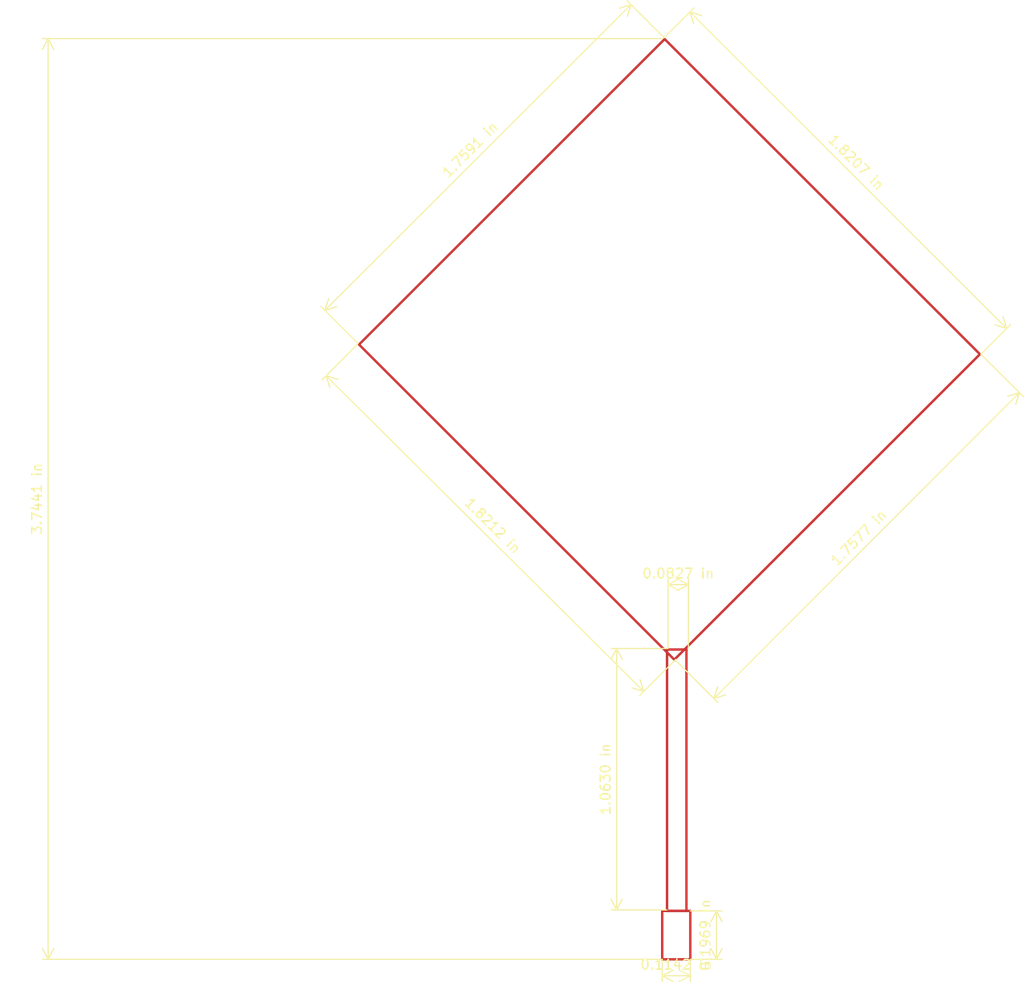
<source format=kicad_pcb>
(kicad_pcb (version 20171130) (host pcbnew "(5.1.2)-1")

  (general
    (thickness 1.6)
    (drawings 9)
    (tracks 12)
    (zones 0)
    (modules 0)
    (nets 1)
  )

  (page A4)
  (layers
    (0 F.Cu signal)
    (31 B.Cu signal)
    (32 B.Adhes user)
    (33 F.Adhes user)
    (34 B.Paste user)
    (35 F.Paste user)
    (36 B.SilkS user)
    (37 F.SilkS user)
    (38 B.Mask user)
    (39 F.Mask user)
    (40 Dwgs.User user)
    (41 Cmts.User user)
    (42 Eco1.User user)
    (43 Eco2.User user)
    (44 Edge.Cuts user)
    (45 Margin user)
    (46 B.CrtYd user)
    (47 F.CrtYd user)
    (48 B.Fab user)
    (49 F.Fab user)
  )

  (setup
    (last_trace_width 0.25)
    (trace_clearance 0.2)
    (zone_clearance 0.508)
    (zone_45_only no)
    (trace_min 0.2)
    (via_size 0.8)
    (via_drill 0.4)
    (via_min_size 0.4)
    (via_min_drill 0.3)
    (uvia_size 0.3)
    (uvia_drill 0.1)
    (uvias_allowed no)
    (uvia_min_size 0.2)
    (uvia_min_drill 0.1)
    (edge_width 0.05)
    (segment_width 0.2)
    (pcb_text_width 0.3)
    (pcb_text_size 1.5 1.5)
    (mod_edge_width 0.12)
    (mod_text_size 1 1)
    (mod_text_width 0.15)
    (pad_size 1.524 1.524)
    (pad_drill 0.762)
    (pad_to_mask_clearance 0.051)
    (solder_mask_min_width 0.25)
    (aux_axis_origin 0 0)
    (visible_elements 7FFFFFFF)
    (pcbplotparams
      (layerselection 0x010fc_ffffffff)
      (usegerberextensions false)
      (usegerberattributes false)
      (usegerberadvancedattributes false)
      (creategerberjobfile false)
      (excludeedgelayer true)
      (linewidth 0.100000)
      (plotframeref false)
      (viasonmask false)
      (mode 1)
      (useauxorigin false)
      (hpglpennumber 1)
      (hpglpenspeed 20)
      (hpglpendiameter 15.000000)
      (psnegative false)
      (psa4output false)
      (plotreference true)
      (plotvalue true)
      (plotinvisibletext false)
      (padsonsilk false)
      (subtractmaskfromsilk false)
      (outputformat 1)
      (mirror false)
      (drillshape 1)
      (scaleselection 1)
      (outputdirectory ""))
  )

  (net 0 "")

  (net_class Default "This is the default net class."
    (clearance 0.2)
    (trace_width 0.25)
    (via_dia 0.8)
    (via_drill 0.4)
    (uvia_dia 0.3)
    (uvia_drill 0.1)
  )

  (dimension 95.1 (width 0.12) (layer F.SilkS)
    (gr_text "95.100 mm" (at 74.53 97.05 90) (layer F.SilkS)
      (effects (font (size 1 1) (thickness 0.15)))
    )
    (feature1 (pts (xy 139.2 49.5) (xy 75.213579 49.5)))
    (feature2 (pts (xy 139.2 144.6) (xy 75.213579 144.6)))
    (crossbar (pts (xy 75.8 144.6) (xy 75.8 49.5)))
    (arrow1a (pts (xy 75.8 49.5) (xy 76.386421 50.626504)))
    (arrow1b (pts (xy 75.8 49.5) (xy 75.213579 50.626504)))
    (arrow2a (pts (xy 75.8 144.6) (xy 76.386421 143.473496)))
    (arrow2b (pts (xy 75.8 144.6) (xy 75.213579 143.473496)))
  )
  (dimension 5 (width 0.12) (layer F.SilkS)
    (gr_text "5.000 mm" (at 146.07 142.1 90) (layer F.SilkS)
      (effects (font (size 1 1) (thickness 0.15)))
    )
    (feature1 (pts (xy 142.1 139.6) (xy 145.386421 139.6)))
    (feature2 (pts (xy 142.1 144.6) (xy 145.386421 144.6)))
    (crossbar (pts (xy 144.8 144.6) (xy 144.8 139.6)))
    (arrow1a (pts (xy 144.8 139.6) (xy 145.386421 140.726504)))
    (arrow1b (pts (xy 144.8 139.6) (xy 144.213579 140.726504)))
    (arrow2a (pts (xy 144.8 144.6) (xy 145.386421 143.473496)))
    (arrow2b (pts (xy 144.8 144.6) (xy 144.213579 143.473496)))
  )
  (dimension 2.1 (width 0.12) (layer F.SilkS)
    (gr_text "2.100 mm" (at 140.85 104.63) (layer F.SilkS)
      (effects (font (size 1 1) (thickness 0.15)))
    )
    (feature1 (pts (xy 141.9 112.5) (xy 141.9 105.313579)))
    (feature2 (pts (xy 139.8 112.5) (xy 139.8 105.313579)))
    (crossbar (pts (xy 139.8 105.9) (xy 141.9 105.9)))
    (arrow1a (pts (xy 141.9 105.9) (xy 140.773496 106.486421)))
    (arrow1b (pts (xy 141.9 105.9) (xy 140.773496 105.313579)))
    (arrow2a (pts (xy 139.8 105.9) (xy 140.926504 106.486421)))
    (arrow2b (pts (xy 139.8 105.9) (xy 140.926504 105.313579)))
  )
  (dimension 2.9 (width 0.12) (layer F.SilkS)
    (gr_text "2.900 mm" (at 140.65 147.57) (layer F.SilkS) (tstamp 5E24DE50)
      (effects (font (size 1 1) (thickness 0.15)))
    )
    (feature1 (pts (xy 142.1 144.6) (xy 142.1 146.886421)))
    (feature2 (pts (xy 139.2 144.6) (xy 139.2 146.886421)))
    (crossbar (pts (xy 139.2 146.3) (xy 142.1 146.3)))
    (arrow1a (pts (xy 142.1 146.3) (xy 140.973496 146.886421)))
    (arrow1b (pts (xy 142.1 146.3) (xy 140.973496 145.713579)))
    (arrow2a (pts (xy 139.2 146.3) (xy 140.326504 146.886421)))
    (arrow2b (pts (xy 139.2 146.3) (xy 140.326504 145.713579)))
  )
  (dimension 27 (width 0.12) (layer F.SilkS) (tstamp 5E24DE28)
    (gr_text "27.000 mm" (at 133.23 126 90) (layer F.SilkS) (tstamp 5E24DE29)
      (effects (font (size 1 1) (thickness 0.15)))
    )
    (feature1 (pts (xy 139.7 112.5) (xy 133.913579 112.5)))
    (feature2 (pts (xy 139.7 139.5) (xy 133.913579 139.5)))
    (crossbar (pts (xy 134.5 139.5) (xy 134.5 112.5)))
    (arrow1a (pts (xy 134.5 112.5) (xy 135.086421 113.626504)))
    (arrow1b (pts (xy 134.5 112.5) (xy 133.913579 113.626504)))
    (arrow2a (pts (xy 134.5 139.5) (xy 135.086421 138.373496)))
    (arrow2b (pts (xy 134.5 139.5) (xy 133.913579 138.373496)))
  )
  (dimension 44.681587 (width 0.12) (layer F.SilkS)
    (gr_text "44.682 mm" (at 119.28032 60.884204 44.9903025) (layer F.SilkS)
      (effects (font (size 1 1) (thickness 0.15)))
    )
    (feature1 (pts (xy 139.4 49.410695) (xy 135.563602 45.572998)))
    (feature2 (pts (xy 107.8 81) (xy 103.963602 77.162303)))
    (crossbar (pts (xy 104.378194 77.577035) (xy 135.978194 45.98773)))
    (arrow1a (pts (xy 135.978194 45.98773) (xy 135.596093 47.198886)))
    (arrow1b (pts (xy 135.978194 45.98773) (xy 134.766909 46.369421)))
    (arrow2a (pts (xy 104.378194 77.577035) (xy 105.589479 77.195344)))
    (arrow2b (pts (xy 104.378194 77.577035) (xy 104.760295 76.365879)))
  )
  (dimension 46.258166 (width 0.12) (layer F.SilkS)
    (gr_text "46.258 mm" (at 120.003266 101.530092 -44.83649831) (layer F.SilkS)
      (effects (font (size 1 1) (thickness 0.15)))
    )
    (feature1 (pts (xy 107.8 81) (xy 104.083912 84.737357)))
    (feature2 (pts (xy 140.602671 113.615989) (xy 136.886583 117.353346)))
    (crossbar (pts (xy 137.300061 116.937502) (xy 104.49739 84.321513)))
    (arrow1a (pts (xy 104.49739 84.321513) (xy 105.709695 84.699951)))
    (arrow1b (pts (xy 104.49739 84.321513) (xy 104.882741 85.531639)))
    (arrow2a (pts (xy 137.300061 116.937502) (xy 136.91471 115.727376)))
    (arrow2b (pts (xy 137.300061 116.937502) (xy 136.087756 116.559064)))
  )
  (dimension 44.644384 (width 0.12) (layer F.SilkS)
    (gr_text "44.644 mm" (at 161.204042 102.76362 45.05151264) (layer F.SilkS) (tstamp 5E24DE65)
      (effects (font (size 1 1) (thickness 0.15)))
    )
    (feature1 (pts (xy 140.560048 113.696716) (xy 144.950268 118.079049)))
    (feature2 (pts (xy 172.1 82.1) (xy 176.49022 86.482333)))
    (crossbar (pts (xy 176.075185 86.068044) (xy 144.535233 117.66476)))
    (arrow1a (pts (xy 144.535233 117.66476) (xy 144.91604 116.453197)))
    (arrow1b (pts (xy 144.535233 117.66476) (xy 145.74611 117.281775)))
    (arrow2a (pts (xy 176.075185 86.068044) (xy 174.864308 86.451029)))
    (arrow2b (pts (xy 176.075185 86.068044) (xy 175.694378 87.279607)))
  )
  (dimension 46.244783 (width 0.12) (layer F.SilkS)
    (gr_text "46.245 mm" (at 159.308297 62.191703 315) (layer F.SilkS)
      (effects (font (size 1 1) (thickness 0.15)))
    )
    (feature1 (pts (xy 172.1 82.1) (xy 175.174934 79.025066)))
    (feature2 (pts (xy 139.4 49.4) (xy 142.474934 46.325066)))
    (crossbar (pts (xy 142.060271 46.739729) (xy 174.760271 79.439729)))
    (arrow1a (pts (xy 174.760271 79.439729) (xy 173.54905 79.057833)))
    (arrow1b (pts (xy 174.760271 79.439729) (xy 174.378375 78.228508)))
    (arrow2a (pts (xy 142.060271 46.739729) (xy 142.442167 47.95095)))
    (arrow2b (pts (xy 142.060271 46.739729) (xy 143.271492 47.121625)))
  )

  (segment (start 139.7 139.6) (end 141.7 139.6) (width 0.25) (layer F.Cu) (net 0))
  (segment (start 141.7 139.6) (end 141.7 112.6) (width 0.25) (layer F.Cu) (net 0))
  (segment (start 141.7 112.6) (end 139.7 112.6) (width 0.25) (layer F.Cu) (net 0))
  (segment (start 139.7 112.6) (end 139.7 139.6) (width 0.25) (layer F.Cu) (net 0))
  (segment (start 139.2 139.6) (end 142.1 139.6) (width 0.25) (layer F.Cu) (net 0))
  (segment (start 142.1 139.6) (end 142.1 144.6) (width 0.25) (layer F.Cu) (net 0))
  (segment (start 142.1 144.6) (end 139.2 144.6) (width 0.25) (layer F.Cu) (net 0))
  (segment (start 139.2 144.6) (end 139.2 139.6) (width 0.25) (layer F.Cu) (net 0))
  (segment (start 140.5 113.7) (end 107.9 81.1) (width 0.25) (layer F.Cu) (net 0))
  (segment (start 107.9 81.1) (end 139.45 49.55) (width 0.25) (layer F.Cu) (net 0))
  (segment (start 139.45 49.55) (end 172 82.1) (width 0.25) (layer F.Cu) (net 0))
  (segment (start 172 82.1) (end 140.55 113.55) (width 0.25) (layer F.Cu) (net 0))

)

</source>
